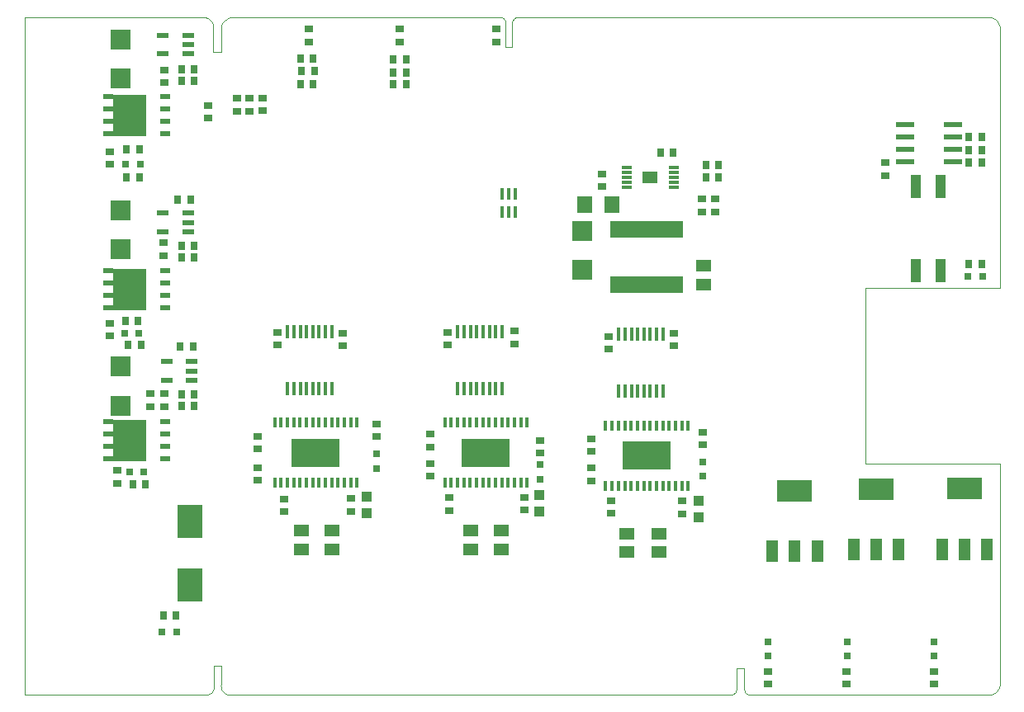
<source format=gtp>
G75*
%MOIN*%
%OFA0B0*%
%FSLAX24Y24*%
%IPPOS*%
%LPD*%
%AMOC8*
5,1,8,0,0,1.08239X$1,22.5*
%
%ADD10C,0.0000*%
%ADD11R,0.0138X0.0394*%
%ADD12R,0.1969X0.1181*%
%ADD13R,0.0140X0.0580*%
%ADD14R,0.0354X0.0276*%
%ADD15R,0.0591X0.0512*%
%ADD16R,0.0315X0.0315*%
%ADD17R,0.0480X0.0880*%
%ADD18R,0.1417X0.0866*%
%ADD19R,0.0276X0.0354*%
%ADD20R,0.0394X0.0433*%
%ADD21R,0.0445X0.0961*%
%ADD22R,0.0984X0.1378*%
%ADD23R,0.0787X0.0787*%
%ADD24R,0.0780X0.0210*%
%ADD25R,0.0433X0.0197*%
%ADD26R,0.1378X0.1693*%
%ADD27R,0.0472X0.0217*%
%ADD28R,0.0394X0.0118*%
%ADD29R,0.0630X0.0709*%
%ADD30R,0.2953X0.0709*%
%ADD31R,0.0140X0.0460*%
D10*
X002552Y003472D02*
X009875Y003472D01*
X009876Y003473D02*
X009910Y003476D01*
X009944Y003483D01*
X009978Y003494D01*
X010010Y003507D01*
X010040Y003524D01*
X010069Y003543D01*
X010096Y003565D01*
X010121Y003590D01*
X010142Y003617D01*
X010162Y003646D01*
X010178Y003677D01*
X010191Y003710D01*
X010201Y003743D01*
X010207Y003777D01*
X010211Y003812D01*
X010210Y003847D01*
X010210Y003846D02*
X010210Y004654D01*
X010486Y004654D01*
X010486Y003886D01*
X010485Y003886D02*
X010484Y003848D01*
X010487Y003810D01*
X010493Y003773D01*
X010503Y003736D01*
X010517Y003701D01*
X010533Y003667D01*
X010554Y003635D01*
X010577Y003605D01*
X010603Y003578D01*
X010631Y003553D01*
X010662Y003531D01*
X010695Y003513D01*
X010729Y003497D01*
X010765Y003485D01*
X010802Y003477D01*
X010839Y003472D01*
X010840Y003472D02*
X031056Y003472D01*
X031057Y003473D02*
X031086Y003476D01*
X031115Y003483D01*
X031143Y003493D01*
X031170Y003506D01*
X031195Y003522D01*
X031217Y003542D01*
X031238Y003563D01*
X031255Y003587D01*
X031269Y003613D01*
X031280Y003641D01*
X031288Y003670D01*
X031292Y003699D01*
X031293Y003729D01*
X031293Y003728D02*
X031293Y004555D01*
X031608Y004555D01*
X031608Y003728D01*
X031608Y003729D02*
X031609Y003699D01*
X031613Y003670D01*
X031621Y003641D01*
X031632Y003613D01*
X031646Y003587D01*
X031663Y003563D01*
X031684Y003542D01*
X031706Y003522D01*
X031731Y003506D01*
X031758Y003493D01*
X031786Y003483D01*
X031815Y003476D01*
X031844Y003473D01*
X031844Y003472D02*
X041430Y003472D01*
X041471Y003471D01*
X041511Y003474D01*
X041551Y003480D01*
X041591Y003490D01*
X041629Y003503D01*
X041666Y003519D01*
X041701Y003539D01*
X041735Y003561D01*
X041767Y003587D01*
X041796Y003615D01*
X041822Y003645D01*
X041846Y003678D01*
X041867Y003713D01*
X041885Y003749D01*
X041900Y003787D01*
X041911Y003825D01*
X041919Y003865D01*
X041923Y003905D01*
X041923Y003906D02*
X041923Y012823D01*
X036486Y012823D01*
X036486Y019909D01*
X041923Y019909D01*
X041923Y030441D01*
X041923Y030440D02*
X041918Y030480D01*
X041910Y030519D01*
X041898Y030558D01*
X041883Y030595D01*
X041865Y030631D01*
X041844Y030665D01*
X041820Y030697D01*
X041793Y030727D01*
X041764Y030754D01*
X041733Y030779D01*
X041699Y030801D01*
X041664Y030820D01*
X041627Y030835D01*
X041589Y030848D01*
X041550Y030857D01*
X041511Y030863D01*
X041471Y030865D01*
X041431Y030864D01*
X041430Y030864D02*
X026125Y030864D01*
X026125Y030854D02*
X022434Y030854D01*
X022435Y030854D02*
X022407Y030847D01*
X022379Y030837D01*
X022354Y030824D01*
X022330Y030808D01*
X022308Y030790D01*
X022288Y030768D01*
X022271Y030745D01*
X022258Y030720D01*
X022247Y030693D01*
X022240Y030665D01*
X022236Y030636D01*
X022235Y030607D01*
X022238Y030579D01*
X022237Y030579D02*
X022237Y029654D01*
X021982Y029654D01*
X021982Y030579D01*
X021981Y030579D02*
X021984Y030607D01*
X021983Y030636D01*
X021979Y030665D01*
X021972Y030693D01*
X021961Y030720D01*
X021948Y030745D01*
X021931Y030768D01*
X021911Y030790D01*
X021889Y030808D01*
X021865Y030824D01*
X021840Y030837D01*
X021812Y030847D01*
X021784Y030854D01*
X021785Y030854D02*
X010958Y030854D01*
X010917Y030852D01*
X010876Y030847D01*
X010836Y030838D01*
X010797Y030826D01*
X010759Y030810D01*
X010722Y030791D01*
X010687Y030769D01*
X010655Y030744D01*
X010624Y030716D01*
X010596Y030685D01*
X010571Y030653D01*
X010549Y030618D01*
X010530Y030581D01*
X010514Y030543D01*
X010502Y030504D01*
X010493Y030464D01*
X010488Y030423D01*
X010486Y030382D01*
X010486Y029437D01*
X010171Y029437D01*
X010171Y030382D01*
X010174Y030421D01*
X010173Y030460D01*
X010169Y030498D01*
X010162Y030537D01*
X010151Y030574D01*
X010136Y030610D01*
X010119Y030645D01*
X010098Y030678D01*
X010074Y030709D01*
X010047Y030737D01*
X010018Y030763D01*
X009987Y030786D01*
X009954Y030807D01*
X009919Y030824D01*
X009882Y030837D01*
X009845Y030848D01*
X009806Y030855D01*
X009806Y030854D02*
X002552Y030854D01*
X002552Y003472D01*
D11*
X012651Y012050D03*
X012907Y012050D03*
X013163Y012050D03*
X013419Y012050D03*
X013674Y012050D03*
X013930Y012050D03*
X014186Y012050D03*
X014442Y012050D03*
X014698Y012050D03*
X014954Y012050D03*
X015210Y012050D03*
X015466Y012050D03*
X015722Y012050D03*
X015978Y012050D03*
X015978Y014481D03*
X015722Y014481D03*
X015466Y014481D03*
X015210Y014481D03*
X014954Y014481D03*
X014698Y014481D03*
X014442Y014481D03*
X014186Y014481D03*
X013930Y014481D03*
X013674Y014481D03*
X013419Y014481D03*
X013163Y014481D03*
X012907Y014481D03*
X012651Y014481D03*
X019521Y014481D03*
X019777Y014481D03*
X020033Y014481D03*
X020289Y014481D03*
X020545Y014481D03*
X020800Y014481D03*
X021056Y014481D03*
X021312Y014481D03*
X021568Y014481D03*
X021824Y014481D03*
X022080Y014481D03*
X022336Y014481D03*
X022592Y014481D03*
X022848Y014481D03*
X022848Y012050D03*
X022592Y012050D03*
X022336Y012050D03*
X022080Y012050D03*
X021824Y012050D03*
X021568Y012050D03*
X021312Y012050D03*
X021056Y012050D03*
X020800Y012050D03*
X020545Y012050D03*
X020289Y012050D03*
X020033Y012050D03*
X019777Y012050D03*
X019521Y012050D03*
X026017Y011932D03*
X026273Y011932D03*
X026529Y011932D03*
X026785Y011932D03*
X027041Y011932D03*
X027297Y011932D03*
X027552Y011932D03*
X027808Y011932D03*
X028064Y011932D03*
X028320Y011932D03*
X028576Y011932D03*
X028832Y011932D03*
X029088Y011932D03*
X029344Y011932D03*
X029344Y014363D03*
X029088Y014363D03*
X028832Y014363D03*
X028576Y014363D03*
X028320Y014363D03*
X028064Y014363D03*
X027808Y014363D03*
X027552Y014363D03*
X027297Y014363D03*
X027041Y014363D03*
X026785Y014363D03*
X026529Y014363D03*
X026273Y014363D03*
X026017Y014363D03*
D12*
X027680Y013148D03*
X021184Y013266D03*
X014314Y013266D03*
D13*
X014198Y015856D03*
X014448Y015856D03*
X014708Y015856D03*
X014968Y015856D03*
X013938Y015856D03*
X013688Y015856D03*
X013428Y015856D03*
X013168Y015856D03*
X013168Y018156D03*
X013428Y018156D03*
X013688Y018156D03*
X013938Y018156D03*
X014198Y018156D03*
X014448Y018156D03*
X014708Y018156D03*
X014968Y018156D03*
X020038Y018156D03*
X020298Y018156D03*
X020558Y018156D03*
X020808Y018156D03*
X021068Y018156D03*
X021318Y018156D03*
X021578Y018156D03*
X021838Y018156D03*
X021838Y015856D03*
X021578Y015856D03*
X021318Y015856D03*
X021068Y015856D03*
X020808Y015856D03*
X020558Y015856D03*
X020298Y015856D03*
X020038Y015856D03*
X026534Y015738D03*
X026794Y015738D03*
X027054Y015738D03*
X027304Y015738D03*
X027564Y015738D03*
X027814Y015738D03*
X028074Y015738D03*
X028334Y015738D03*
X028334Y018038D03*
X028074Y018038D03*
X027814Y018038D03*
X027564Y018038D03*
X027304Y018038D03*
X027054Y018038D03*
X026794Y018038D03*
X026534Y018038D03*
D14*
X026123Y017958D03*
X026123Y017446D03*
X028763Y017587D03*
X028763Y018098D03*
X029934Y014083D03*
X029934Y013571D03*
X029108Y011307D03*
X029108Y010795D03*
X026243Y010815D03*
X026243Y011327D03*
X025448Y012124D03*
X025448Y012636D03*
X025448Y013315D03*
X025448Y013827D03*
X023379Y013768D03*
X023379Y013256D03*
X022730Y011465D03*
X022730Y010953D03*
X019708Y010933D03*
X019708Y011445D03*
X018950Y012311D03*
X018950Y012823D03*
X018940Y013492D03*
X018940Y014004D03*
X016765Y013906D03*
X016765Y014417D03*
X015725Y011414D03*
X015725Y010902D03*
X013023Y010884D03*
X013023Y011396D03*
X011952Y012137D03*
X011952Y012649D03*
X011962Y013411D03*
X011962Y013923D03*
X008212Y015126D03*
X008212Y015638D03*
X007621Y015638D03*
X007621Y015126D03*
X006293Y012537D03*
X006293Y012026D03*
X012768Y017604D03*
X012768Y018116D03*
X015407Y018098D03*
X015407Y017587D03*
X019647Y017604D03*
X019647Y018116D03*
X022326Y018177D03*
X022326Y017665D03*
X029915Y023000D03*
X030426Y023000D03*
X030426Y023512D03*
X029915Y023512D03*
X025860Y024024D03*
X025860Y024535D03*
X021608Y029860D03*
X021608Y030372D03*
X017690Y030372D03*
X017690Y029860D03*
X014019Y029860D03*
X014019Y030372D03*
X012159Y027587D03*
X012159Y027075D03*
X011627Y027065D03*
X011125Y027065D03*
X011125Y027577D03*
X011627Y027577D03*
X009984Y027281D03*
X009984Y026770D03*
X008212Y028217D03*
X008212Y028728D03*
X005997Y025431D03*
X005997Y024919D03*
X008163Y021740D03*
X008163Y021228D03*
X005997Y018492D03*
X005997Y017980D03*
X032582Y004427D03*
X032582Y003915D03*
X035741Y003915D03*
X035741Y004427D03*
X039265Y004427D03*
X039265Y003915D03*
X037316Y024467D03*
X037316Y024978D03*
D15*
X029954Y020815D03*
X029954Y020067D03*
X027812Y024370D03*
X028173Y009988D03*
X028173Y009240D03*
X026883Y009240D03*
X026883Y009988D03*
X021795Y010106D03*
X021795Y009358D03*
X020564Y009358D03*
X020564Y010106D03*
X014984Y010106D03*
X014984Y009358D03*
X013734Y009358D03*
X013734Y010106D03*
D16*
X016765Y012626D03*
X016765Y013217D03*
X023379Y012783D03*
X023379Y012193D03*
X029934Y012311D03*
X029934Y012902D03*
X032562Y005628D03*
X032562Y005037D03*
X035771Y005037D03*
X035771Y005628D03*
X039265Y005628D03*
X039265Y005037D03*
X040643Y020402D03*
X041234Y020402D03*
X008704Y006031D03*
X008113Y006031D03*
X007375Y012478D03*
X006785Y012478D03*
X006588Y018089D03*
X007178Y018089D03*
X007228Y024929D03*
X006637Y024929D03*
D17*
X032735Y009270D03*
X033645Y009270D03*
X034555Y009270D03*
X036023Y009349D03*
X036932Y009349D03*
X037842Y009349D03*
X039586Y009369D03*
X040495Y009369D03*
X041405Y009369D03*
D18*
X040495Y011809D03*
X036932Y011789D03*
X033645Y011710D03*
D19*
X040682Y020894D03*
X041194Y020894D03*
X041194Y024978D03*
X040682Y024978D03*
X040682Y025470D03*
X041194Y025470D03*
X041194Y026012D03*
X040682Y026012D03*
X030564Y024870D03*
X030564Y024378D03*
X030052Y024378D03*
X030052Y024870D03*
X028734Y025402D03*
X028222Y025402D03*
X017956Y028138D03*
X017956Y028620D03*
X017444Y028620D03*
X017444Y028138D03*
X017444Y029152D03*
X017956Y029152D03*
X014255Y028689D03*
X013743Y028689D03*
X013694Y028138D03*
X014206Y028138D03*
X014206Y029201D03*
X013694Y029201D03*
X009403Y028768D03*
X009403Y028276D03*
X008891Y028276D03*
X008891Y028768D03*
X007188Y025520D03*
X006676Y025520D03*
X006676Y024388D03*
X007188Y024388D03*
X008743Y023502D03*
X009255Y023502D03*
X009403Y021632D03*
X008891Y021632D03*
X008891Y021140D03*
X009403Y021140D03*
X007139Y018581D03*
X006627Y018581D03*
X006745Y017606D03*
X007257Y017606D03*
X008842Y017547D03*
X009354Y017547D03*
X009403Y015628D03*
X009403Y015136D03*
X008891Y015136D03*
X008891Y015628D03*
X007434Y011986D03*
X006923Y011986D03*
X008153Y006671D03*
X008665Y006671D03*
D20*
X016361Y010815D03*
X016361Y011484D03*
X023350Y011543D03*
X023350Y010874D03*
X029767Y010638D03*
X029767Y011307D03*
D21*
X038519Y020628D03*
X039519Y020628D03*
X039519Y024014D03*
X038519Y024014D03*
D22*
X009226Y010480D03*
X009226Y007921D03*
D23*
X006440Y015165D03*
X006440Y016740D03*
X006440Y021484D03*
X006440Y023059D03*
X006440Y028374D03*
X006440Y029949D03*
X025072Y022213D03*
X025072Y020638D03*
D24*
X038098Y025016D03*
X038098Y025516D03*
X038098Y026016D03*
X038098Y026516D03*
X040038Y026516D03*
X040038Y026016D03*
X040038Y025516D03*
X040038Y025016D03*
D25*
X008222Y026148D03*
X008222Y026648D03*
X008222Y027148D03*
X008222Y027648D03*
X005938Y027648D03*
X005938Y027148D03*
X005938Y026648D03*
X005938Y026148D03*
X005938Y020610D03*
X005938Y020110D03*
X005938Y019610D03*
X005938Y019110D03*
X008222Y019110D03*
X008222Y019610D03*
X008222Y020110D03*
X008222Y020610D03*
X008222Y014508D03*
X008222Y014008D03*
X008222Y013508D03*
X008222Y013008D03*
X005938Y013008D03*
X005938Y013508D03*
X005938Y014008D03*
X005938Y014508D03*
D26*
X006785Y013758D03*
X006785Y019860D03*
X006785Y026898D03*
D27*
X008143Y029378D03*
X008143Y030126D03*
X009167Y030126D03*
X009167Y029752D03*
X009167Y029378D03*
X009167Y022941D03*
X009167Y022567D03*
X009167Y022193D03*
X008143Y022193D03*
X008143Y022941D03*
X008291Y016937D03*
X008291Y016189D03*
X009314Y016189D03*
X009314Y016563D03*
X009314Y016937D03*
D28*
X026883Y023984D03*
X026883Y024181D03*
X026883Y024376D03*
X026883Y024575D03*
X026883Y024772D03*
X028773Y024772D03*
X028773Y024575D03*
X028773Y024376D03*
X028773Y024181D03*
X028773Y023984D03*
D29*
X026273Y023276D03*
X025171Y023276D03*
D30*
X027651Y022272D03*
X027651Y020067D03*
D31*
X022360Y022984D03*
X022100Y022984D03*
X021840Y022984D03*
X021840Y023724D03*
X022100Y023724D03*
X022360Y023724D03*
M02*

</source>
